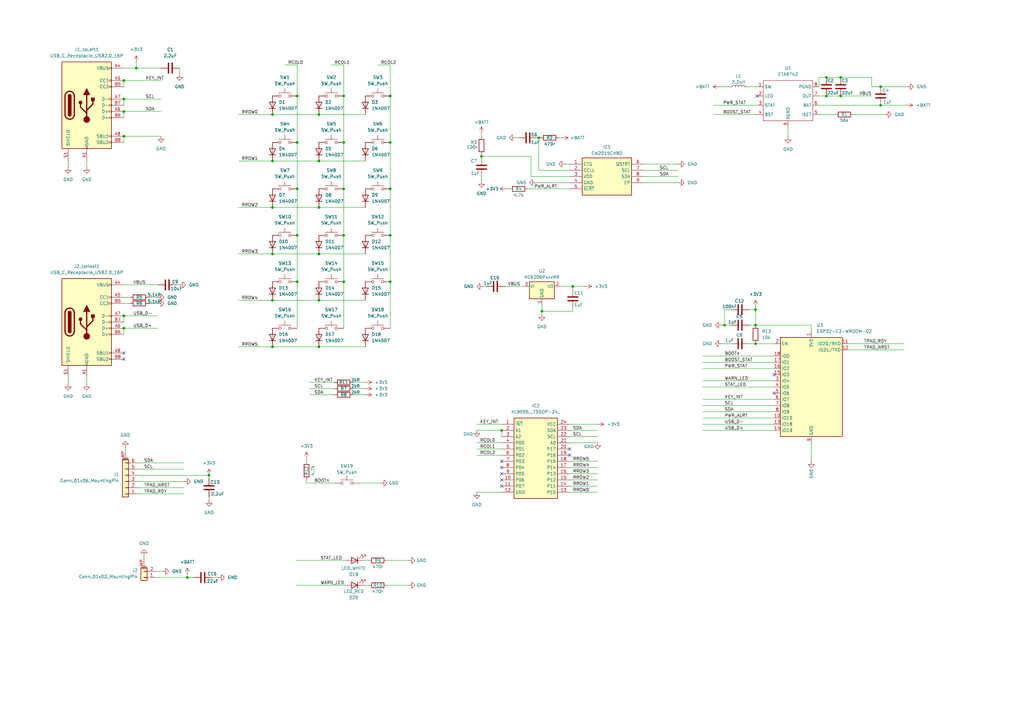
<source format=kicad_sch>
(kicad_sch (version 20231120) (generator "eeschema") (generator_version "8.0")
  (paper "A3")
  (junction (at 344.805 31.75))
  (junction (at 111.76 85.09))
  (junction (at 160.02 77.47))
  (junction (at 130.81 123.19))
  (junction (at 297.18 133.35))
  (junction (at 111.76 66.04))
  (junction (at 222.25 127.635))
  (junction (at 361.188 35.56))
  (junction (at 50.8 134.62))
  (junction (at 338.963 39.37))
  (junction (at 140.97 39.37))
  (junction (at 130.81 66.04))
  (junction (at 121.92 115.57))
  (junction (at 50.8 55.88))
  (junction (at 50.8 45.72))
  (junction (at 50.8 33.02))
  (junction (at 111.76 142.24))
  (junction (at 50.8 40.64))
  (junction (at 85.725 194.945))
  (junction (at 111.76 104.14))
  (junction (at 160.02 115.57))
  (junction (at 309.88 127))
  (junction (at 309.88 133.35))
  (junction (at 309.88 140.97))
  (junction (at 111.76 46.99))
  (junction (at 121.92 96.52))
  (junction (at 130.81 85.09))
  (junction (at 338.963 31.75))
  (junction (at 76.835 236.855))
  (junction (at 344.805 39.37))
  (junction (at 50.8 129.54))
  (junction (at 140.97 58.42))
  (junction (at 160.02 96.52))
  (junction (at 197.485 64.135))
  (junction (at 130.81 46.99))
  (junction (at 234.95 117.475))
  (junction (at 205.74 176.53))
  (junction (at 55.88 27.94))
  (junction (at 121.92 58.42))
  (junction (at 140.97 115.57))
  (junction (at 361.188 43.18))
  (junction (at 121.92 77.47))
  (junction (at 130.81 142.24))
  (junction (at 160.02 39.37))
  (junction (at 220.98 56.515))
  (junction (at 160.02 58.42))
  (junction (at 121.92 39.37))
  (junction (at 130.81 104.14))
  (junction (at 111.76 123.19))
  (junction (at 140.97 96.52))
  (junction (at 140.97 77.47))
  (no_connect (at 50.8 147.32))
  (no_connect (at 50.8 144.78))
  (no_connect (at 205.74 196.85))
  (no_connect (at 317.5 153.67))
  (no_connect (at 233.68 184.15))
  (no_connect (at 205.74 199.39))
  (no_connect (at 205.74 191.77))
  (no_connect (at 205.74 194.31))
  (no_connect (at 205.74 189.23))
  (no_connect (at 310.515 39.37))
  (no_connect (at 317.5 161.29))
  (no_connect (at 233.68 186.69))
  (wire (pts (xy 195.58 184.15) (xy 205.74 184.15)))
  (wire (pts (xy 211.455 56.515) (xy 212.725 56.515)))
  (wire (pts (xy 50.8 132.08) (xy 50.8 129.54)))
  (wire (pts (xy 121.92 115.57) (xy 121.92 96.52)))
  (wire (pts (xy 50.8 40.64) (xy 50.8 43.18)))
  (wire (pts (xy 130.81 104.14) (xy 149.86 104.14)))
  (wire (pts (xy 55.88 27.94) (xy 66.04 27.94)))
  (wire (pts (xy 121.285 229.87) (xy 141.605 229.87)))
  (wire (pts (xy 50.8 137.16) (xy 50.8 134.62)))
  (wire (pts (xy 121.92 96.52) (xy 121.92 77.47)))
  (wire (pts (xy 97.79 104.14) (xy 111.76 104.14)))
  (wire (pts (xy 350.139 46.99) (xy 362.966 46.99)))
  (wire (pts (xy 111.76 66.04) (xy 130.81 66.04)))
  (wire (pts (xy 160.02 134.62) (xy 160.02 115.57)))
  (wire (pts (xy 27.94 154.94) (xy 27.94 157.48)))
  (wire (pts (xy 56.515 189.865) (xy 75.565 189.865)))
  (wire (pts (xy 233.68 67.31) (xy 231.775 67.31)))
  (wire (pts (xy 50.8 40.64) (xy 66.04 40.64)))
  (wire (pts (xy 86.995 236.855) (xy 89.535 236.855)))
  (wire (pts (xy 111.76 104.14) (xy 130.81 104.14)))
  (wire (pts (xy 361.188 35.56) (xy 372.11 35.56)))
  (wire (pts (xy 335.915 43.18) (xy 361.188 43.18)))
  (wire (pts (xy 149.225 240.03) (xy 151.13 240.03)))
  (wire (pts (xy 197.485 64.135) (xy 217.805 64.135)))
  (wire (pts (xy 195.58 201.93) (xy 205.74 201.93)))
  (wire (pts (xy 56.515 197.485) (xy 75.565 197.485)))
  (wire (pts (xy 60.96 124.46) (xy 64.77 124.46)))
  (wire (pts (xy 195.58 181.61) (xy 205.74 181.61)))
  (wire (pts (xy 56.515 202.565) (xy 75.565 202.565)))
  (wire (pts (xy 195.58 173.99) (xy 205.74 173.99)))
  (wire (pts (xy 121.92 58.42) (xy 121.92 39.37)))
  (wire (pts (xy 125.73 198.12) (xy 137.16 198.12)))
  (wire (pts (xy 288.29 158.75) (xy 317.5 158.75)))
  (wire (pts (xy 233.68 173.99) (xy 245.11 173.99)))
  (wire (pts (xy 233.68 74.93) (xy 219.71 74.93)))
  (wire (pts (xy 309.88 127) (xy 309.88 125.73)))
  (wire (pts (xy 332.74 133.35) (xy 332.74 135.89)))
  (wire (pts (xy 264.16 67.31) (xy 278.13 67.31)))
  (wire (pts (xy 264.16 69.85) (xy 278.13 69.85)))
  (wire (pts (xy 288.29 163.83) (xy 317.5 163.83)))
  (wire (pts (xy 347.98 140.97) (xy 370.84 140.97)))
  (wire (pts (xy 197.485 72.39) (xy 197.485 74.295)))
  (wire (pts (xy 121.285 240.03) (xy 141.605 240.03)))
  (wire (pts (xy 140.97 77.47) (xy 140.97 58.42)))
  (wire (pts (xy 361.188 43.18) (xy 371.856 43.18)))
  (wire (pts (xy 288.29 171.45) (xy 317.5 171.45)))
  (wire (pts (xy 140.97 39.37) (xy 140.97 26.67)))
  (wire (pts (xy 233.68 69.85) (xy 220.98 69.85)))
  (wire (pts (xy 50.8 55.88) (xy 66.04 55.88)))
  (wire (pts (xy 72.39 116.84) (xy 73.66 116.84)))
  (wire (pts (xy 229.235 56.515) (xy 230.505 56.515)))
  (wire (pts (xy 97.79 46.99) (xy 111.76 46.99)))
  (wire (pts (xy 338.963 39.37) (xy 344.805 39.37)))
  (wire (pts (xy 35.56 66.04) (xy 35.56 68.58)))
  (wire (pts (xy 234.95 117.475) (xy 234.95 118.745)))
  (wire (pts (xy 56.515 194.945) (xy 85.725 194.945)))
  (wire (pts (xy 295.91 140.97) (xy 299.72 140.97)))
  (wire (pts (xy 160.02 58.42) (xy 160.02 39.37)))
  (wire (pts (xy 111.76 85.09) (xy 130.81 85.09)))
  (wire (pts (xy 357.505 35.56) (xy 361.188 35.56)))
  (wire (pts (xy 76.835 236.855) (xy 79.375 236.855)))
  (wire (pts (xy 288.29 156.21) (xy 317.5 156.21)))
  (wire (pts (xy 50.8 35.56) (xy 50.8 33.02)))
  (wire (pts (xy 216.535 77.47) (xy 233.68 77.47)))
  (wire (pts (xy 288.29 176.53) (xy 317.5 176.53)))
  (wire (pts (xy 130.81 85.09) (xy 149.86 85.09)))
  (wire (pts (xy 292.735 43.18) (xy 310.515 43.18)))
  (wire (pts (xy 97.79 142.24) (xy 111.76 142.24)))
  (wire (pts (xy 297.18 127) (xy 299.72 127)))
  (wire (pts (xy 56.515 200.025) (xy 75.565 200.025)))
  (wire (pts (xy 158.75 240.03) (xy 167.64 240.03)))
  (wire (pts (xy 233.68 194.31) (xy 245.11 194.31)))
  (wire (pts (xy 288.29 168.91) (xy 317.5 168.91)))
  (wire (pts (xy 85.725 205.105) (xy 85.725 203.835)))
  (wire (pts (xy 64.135 236.855) (xy 76.835 236.855)))
  (wire (pts (xy 160.02 115.57) (xy 160.02 96.52)))
  (wire (pts (xy 50.8 33.02) (xy 66.04 33.02)))
  (wire (pts (xy 111.76 123.19) (xy 130.81 123.19)))
  (wire (pts (xy 127 156.845) (xy 137.16 156.845)))
  (wire (pts (xy 207.645 77.47) (xy 208.915 77.47)))
  (wire (pts (xy 50.8 121.92) (xy 53.34 121.92)))
  (wire (pts (xy 50.8 27.94) (xy 55.88 27.94)))
  (wire (pts (xy 222.25 127.635) (xy 222.25 128.905)))
  (wire (pts (xy 121.92 77.47) (xy 121.92 58.42)))
  (wire (pts (xy 233.68 191.77) (xy 245.11 191.77)))
  (wire (pts (xy 233.68 176.53) (xy 245.11 176.53)))
  (wire (pts (xy 50.8 129.54) (xy 64.77 129.54)))
  (wire (pts (xy 292.735 46.99) (xy 310.515 46.99)))
  (wire (pts (xy 160.02 77.47) (xy 160.02 58.42)))
  (wire (pts (xy 195.58 186.69) (xy 205.74 186.69)))
  (wire (pts (xy 297.18 133.35) (xy 297.18 127)))
  (wire (pts (xy 309.88 133.35) (xy 332.74 133.35)))
  (wire (pts (xy 288.29 166.37) (xy 317.5 166.37)))
  (wire (pts (xy 347.98 143.51) (xy 370.84 143.51)))
  (wire (pts (xy 307.34 127) (xy 309.88 127)))
  (wire (pts (xy 50.8 134.62) (xy 64.77 134.62)))
  (wire (pts (xy 197.485 64.135) (xy 197.485 64.77)))
  (wire (pts (xy 338.963 31.75) (xy 344.805 31.75)))
  (wire (pts (xy 125.73 187.96) (xy 125.73 189.23)))
  (wire (pts (xy 121.92 134.62) (xy 121.92 115.57)))
  (wire (pts (xy 130.81 66.04) (xy 149.86 66.04)))
  (wire (pts (xy 309.88 133.35) (xy 309.88 127)))
  (wire (pts (xy 233.68 189.23) (xy 245.11 189.23)))
  (wire (pts (xy 76.835 235.585) (xy 76.835 236.855)))
  (wire (pts (xy 130.81 123.19) (xy 149.86 123.19)))
  (wire (pts (xy 55.88 25.4) (xy 55.88 27.94)))
  (wire (pts (xy 154.94 26.67) (xy 160.02 26.67)))
  (wire (pts (xy 140.97 96.52) (xy 140.97 77.47)))
  (wire (pts (xy 144.78 159.385) (xy 149.86 159.385)))
  (wire (pts (xy 295.021 35.56) (xy 299.085 35.56)))
  (wire (pts (xy 306.705 35.56) (xy 310.515 35.56)))
  (wire (pts (xy 127 159.385) (xy 137.16 159.385)))
  (wire (pts (xy 233.68 179.07) (xy 245.11 179.07)))
  (wire (pts (xy 307.34 140.97) (xy 309.88 140.97)))
  (wire (pts (xy 342.519 46.99) (xy 335.915 46.99)))
  (wire (pts (xy 198.12 117.475) (xy 199.39 117.475)))
  (wire (pts (xy 160.02 96.52) (xy 160.02 77.47)))
  (wire (pts (xy 323.215 52.07) (xy 323.215 56.134)))
  (wire (pts (xy 233.68 181.61) (xy 245.11 181.61)))
  (wire (pts (xy 50.8 116.84) (xy 64.77 116.84)))
  (wire (pts (xy 288.29 146.05) (xy 317.5 146.05)))
  (wire (pts (xy 335.915 39.37) (xy 338.963 39.37)))
  (wire (pts (xy 27.94 66.04) (xy 27.94 68.58)))
  (wire (pts (xy 35.56 154.94) (xy 35.56 157.48)))
  (wire (pts (xy 59.055 227.965) (xy 59.055 229.235)))
  (wire (pts (xy 233.68 201.93) (xy 245.11 201.93)))
  (wire (pts (xy 297.18 133.35) (xy 299.72 133.35)))
  (wire (pts (xy 66.675 234.315) (xy 64.135 234.315)))
  (wire (pts (xy 51.435 183.515) (xy 51.435 184.785)))
  (wire (pts (xy 222.25 127.635) (xy 234.95 127.635)))
  (wire (pts (xy 160.02 39.37) (xy 160.02 26.67)))
  (wire (pts (xy 220.98 69.85) (xy 220.98 56.515)))
  (wire (pts (xy 288.29 148.59) (xy 317.5 148.59)))
  (wire (pts (xy 220.345 56.515) (xy 220.98 56.515)))
  (wire (pts (xy 111.76 142.24) (xy 130.81 142.24)))
  (wire (pts (xy 127 161.925) (xy 137.16 161.925)))
  (wire (pts (xy 144.78 156.845) (xy 149.86 156.845)))
  (wire (pts (xy 50.8 124.46) (xy 53.34 124.46)))
  (wire (pts (xy 197.485 54.61) (xy 197.485 55.88)))
  (wire (pts (xy 60.96 121.92) (xy 64.77 121.92)))
  (wire (pts (xy 97.79 66.04) (xy 111.76 66.04)))
  (wire (pts (xy 73.66 27.94) (xy 73.66 30.48)))
  (wire (pts (xy 197.485 63.5) (xy 197.485 64.135)))
  (wire (pts (xy 85.725 196.215) (xy 85.725 194.945)))
  (wire (pts (xy 217.805 64.135) (xy 217.805 72.39)))
  (wire (pts (xy 130.81 46.99) (xy 149.86 46.99)))
  (wire (pts (xy 205.74 176.53) (xy 205.74 179.07)))
  (wire (pts (xy 234.95 127.635) (xy 234.95 126.365)))
  (wire (pts (xy 295.91 133.35) (xy 297.18 133.35)))
  (wire (pts (xy 234.95 117.475) (xy 240.03 117.475)))
  (wire (pts (xy 147.32 198.12) (xy 156.21 198.12)))
  (wire (pts (xy 309.88 140.97) (xy 317.5 140.97)))
  (wire (pts (xy 125.73 196.85) (xy 125.73 198.12)))
  (wire (pts (xy 288.29 173.99) (xy 317.5 173.99)))
  (wire (pts (xy 97.79 85.09) (xy 111.76 85.09)))
  (wire (pts (xy 344.805 39.37) (xy 357.505 39.37)))
  (wire (pts (xy 50.8 45.72) (xy 66.04 45.72)))
  (wire (pts (xy 130.81 142.24) (xy 149.86 142.24)))
  (wire (pts (xy 217.805 72.39) (xy 233.68 72.39)))
  (wire (pts (xy 116.84 26.67) (xy 121.92 26.67)))
  (wire (pts (xy 207.01 117.475) (xy 214.63 117.475)))
  (wire (pts (xy 135.89 26.67) (xy 140.97 26.67)))
  (wire (pts (xy 50.8 58.42) (xy 50.8 55.88)))
  (wire (pts (xy 121.92 39.37) (xy 121.92 26.67)))
  (wire (pts (xy 222.25 125.095) (xy 222.25 127.635)))
  (wire (pts (xy 149.225 229.87) (xy 151.13 229.87)))
  (wire (pts (xy 140.97 115.57) (xy 140.97 96.52)))
  (wire (pts (xy 140.97 134.62) (xy 140.97 115.57)))
  (wire (pts (xy 144.78 161.925) (xy 149.86 161.925)))
  (wire (pts (xy 264.16 72.39) (xy 278.13 72.39)))
  (wire (pts (xy 233.68 199.39) (xy 245.11 199.39)))
  (wire (pts (xy 233.68 196.85) (xy 245.11 196.85)))
  (wire (pts (xy 195.58 176.53) (xy 205.74 176.53)))
  (wire (pts (xy 332.74 189.23) (xy 332.74 181.61)))
  (wire (pts (xy 307.34 133.35) (xy 309.88 133.35)))
  (wire (pts (xy 97.79 123.19) (xy 111.76 123.19)))
  (wire (pts (xy 264.16 74.93) (xy 278.13 74.93)))
  (wire (pts (xy 229.87 117.475) (xy 234.95 117.475)))
  (wire (pts (xy 335.915 31.75) (xy 338.963 31.75)))
  (wire (pts (xy 111.76 46.99) (xy 130.81 46.99)))
  (wire (pts (xy 140.97 58.42) (xy 140.97 39.37)))
  (wire (pts (xy 220.98 56.515) (xy 221.615 56.515)))
  (wire (pts (xy 50.8 48.26) (xy 50.8 45.72)))
  (wire (pts (xy 158.75 229.87) (xy 167.64 229.87)))
  (wire (pts (xy 357.505 31.75) (xy 357.505 35.56)))
  (wire (pts (xy 56.515 192.405) (xy 75.565 192.405)))
  (wire (pts (xy 288.29 151.13) (xy 317.5 151.13)))
  (wire (pts (xy 344.805 31.75) (xy 357.505 31.75)))
  (wire (pts (xy 335.915 31.75) (xy 335.915 35.56)))
  (label "KEY_INT" (at 297.18 163.83 0))
  (label "RROW0" (at 99.06 46.99 0))
  (label "VBUS" (at 357.505 39.37 180))
  (label "BOOTn" (at 128.905 198.12 0))
  (label "RROW2" (at 234.95 196.85 0))
  (label "SDA" (at 270.51 72.39 0))
  (label "USB_D+" (at 54.61 134.62 0))
  (label "SDA" (at 59.055 189.865 0))
  (label "SDA" (at 234.95 176.53 0))
  (label "USB_D+" (at 297.18 176.53 0))
  (label "WARN_LED" (at 297.18 156.21 0))
  (label "KEY_INT" (at 128.905 156.845 0))
  (label "WARN_LED" (at 131.445 240.03 0))
  (label "RROW3" (at 234.95 194.31 0))
  (label "RCOL1" (at 196.85 184.15 0))
  (label "RCOL0" (at 196.85 181.61 0))
  (label "SCL" (at 59.055 192.405 0))
  (label "TPAD_RDY" (at 59.055 202.565 0))
  (label "SCL" (at 234.95 179.07 0))
  (label "VBUS" (at 54.61 116.84 0))
  (label "RROW4" (at 234.95 191.77 0))
  (label "TPAD_NRST" (at 59.055 200.025 0))
  (label "SCL" (at 297.18 166.37 0))
  (label "RROW0" (at 234.95 201.93 0))
  (label "SCL" (at 59.69 40.64 0))
  (label "BOOST_STAT" (at 297.18 148.59 0))
  (label "USB_D-" (at 297.18 173.99 0))
  (label "KEY_INT" (at 59.69 33.02 0))
  (label "PWR_STAT" (at 297.18 151.13 0))
  (label "PWR_ALRT" (at 219.075 77.47 0))
  (label "PWR_ALRT" (at 297.18 171.45 0))
  (label "SDA" (at 297.18 168.91 0))
  (label "RCOL2" (at 196.85 186.69 0))
  (label "RROW3" (at 99.06 104.14 0))
  (label "PWR_STAT" (at 296.545 43.18 0))
  (label "RCOL0" (at 118.11 26.67 0))
  (label "RROW1" (at 234.95 199.39 0))
  (label "STAT_LED" (at 297.18 158.75 0))
  (label "RROW5" (at 234.95 189.23 0))
  (label "VBUS" (at 208.28 117.475 0))
  (label "BOOST_STAT" (at 296.545 46.99 0))
  (label "RCOL2" (at 156.21 26.67 0))
  (label "STAT_LED" (at 131.445 229.87 0))
  (label "BOOTn" (at 297.18 146.05 0))
  (label "RROW2" (at 99.06 85.09 0))
  (label "SCL" (at 128.905 159.385 0))
  (label "RROW1" (at 99.06 66.04 0))
  (label "KEY_INT" (at 196.85 173.99 0))
  (label "RCOL1" (at 137.16 26.67 0))
  (label "SDA" (at 59.69 45.72 0))
  (label "TPAD_NRST" (at 354.33 143.51 0))
  (label "SDA" (at 128.905 161.925 0))
  (label "SCL" (at 270.51 69.85 0))
  (label "RROW4" (at 99.06 123.19 0))
  (label "RROW5" (at 99.06 142.24 0))
  (label "TPAD_RDY" (at 354.33 140.97 0))
  (label "USB_D-" (at 54.61 129.54 0))
  (symbol (lib_id "Switch:SW_Push") (at 142.24 198.12 0) (unit 1)
    (property "Reference" "SW19" (at 142.24 191.135 0))
    (property "Value" "SW_Push" (at 142.24 193.675 0))
    (property "Footprint" "Button_Switch_SMD:SW_Tactile_SPST_NO_Straight_CK_PTS636Sx25SMTRLFS" (effects (hide yes)))
    (property "Description" "Push button switch, generic, two pins" (effects (hide yes)))
  )
  (symbol (lib_id "Switch:SW_Push") (at 135.89 134.62 0) (unit 1)
    (property "Reference" "SW17" (at 135.89 127 0))
    (property "Value" "SW_Push" (at 135.89 129.54 0))
    (property "Footprint" "choc_v1v2_compatible_withLED:SW_Kailh_Choc_V1V2_1.00u" (effects (hide yes)))
    (property "Description" "Push button switch, generic, two pins" (effects (hide yes)))
  )
  (symbol (lib_id "Device:C") (at 85.725 200.025 0) (unit 1)
    (property "Reference" "C13" (at 86.233 197.7389 0) (effects (justify left)))
    (property "Value" "2.2uF" (at 86.487 202.5649 0) (effects (justify left)))
    (property "Footprint" "Capacitor_SMD:C_0603_1608Metric_Pad1.08x0.95mm_HandSolder" (effects (hide yes)))
    (property "Description" "Unpolarized capacitor" (effects (hide yes)))
  )
  (symbol (lib_id "Diode:1N4007") (at 130.81 100.33 90) (unit 1)
    (property "Reference" "D11" (at 133.35 99.0599 90) (effects (justify right)))
    (property "Value" "1N4007" (at 133.35 101.5999 90) (effects (justify right)))
    (property "Footprint" "Diode_SMD:D_SOD-123F" (effects (hide yes)))
    (property "Datasheet" "http://www.vishay.com/docs/88503/1n4001.pdf" (effects (hide yes)))
    (property "Description" "1000V 1A General Purpose Rectifier Diode, DO-41" (effects (hide yes)))
    (property "Sim.Device" "D" (effects (hide yes)))
    (property "Sim.Pins" "1=K 2=A" (effects (hide yes)))
  )
  (symbol (lib_id "Diode:1N4007") (at 111.76 119.38 90) (unit 1)
    (property "Reference" "D13" (at 114.3 118.1099 90) (effects (justify right)))
    (property "Value" "1N4007" (at 114.3 120.6499 90) (effects (justify right)))
    (property "Footprint" "Diode_SMD:D_SOD-123F" (effects (hide yes)))
    (property "Datasheet" "http://www.vishay.com/docs/88503/1n4001.pdf" (effects (hide yes)))
    (property "Description" "1000V 1A General Purpose Rectifier Diode, DO-41" (effects (hide yes)))
    (property "Sim.Device" "D" (effects (hide yes)))
    (property "Sim.Pins" "1=K 2=A" (effects (hide yes)))
  )
  (symbol (lib_id "Switch:SW_Push") (at 135.89 77.47 0) (unit 1)
    (property "Reference" "SW8" (at 135.89 69.85 0))
    (property "Value" "SW_Push" (at 135.89 72.39 0))
    (property "Footprint" "choc_v1v2_compatible_withLED:SW_Kailh_Choc_V1V2_1.00u" (effects (hide yes)))
    (property "Description" "Push button switch, generic, two pins" (effects (hide yes)))
  )
  (symbol (lib_id "power:GND") (at 35.56 68.58 0) (unit 1)
    (property "Reference" "#PWR014" (effects (hide yes)))
    (property "Value" "GND" (at 35.56 73.66 0))
    (property "Description" "Power symbol creates a global label with name \"GND\" , ground" (effects (hide yes)))
  )
  (symbol (lib_id "Switch:SW_Push") (at 154.94 39.37 0) (unit 1)
    (property "Reference" "SW3" (at 154.94 31.75 0))
    (property "Value" "SW_Push" (at 154.94 34.29 0))
    (property "Footprint" "choc_v1v2_compatible_withLED:SW_Kailh_Choc_V1V2_1.00u" (effects (hide yes)))
    (property "Description" "Push button switch, generic, two pins" (effects (hide yes)))
  )
  (symbol (lib_id "Device:C") (at 69.85 27.94 90) (unit 1)
    (property "Reference" "C1" (at 69.85 20.32 90))
    (property "Value" "2.2uF" (at 69.85 22.86 90))
    (property "Footprint" "Capacitor_SMD:C_0603_1608Metric_Pad1.08x0.95mm_HandSolder" (effects (hide yes)))
    (property "Description" "Unpolarized capacitor" (effects (hide yes)))
  )
  (symbol (lib_id "power:+3V3") (at 245.11 173.99 270) (unit 1)
    (property "Reference" "#PWR032" (effects (hide yes)))
    (property "Value" "+3V3" (at 248.92 173.9899 90) (effects (justify left)))
    (property "Description" "Power symbol creates a global label with name \"+3V3\"" (effects (hide yes)))
  )
  (symbol (lib_id "Device:C") (at 203.2 117.475 90) (unit 1)
    (property "Reference" "C10" (at 202.946 113.919 90))
    (property "Value" "1uF" (at 200.152 116.205 90))
    (property "Footprint" "Capacitor_SMD:C_0603_1608Metric_Pad1.08x0.95mm_HandSolder" (effects (hide yes)))
    (property "Description" "Unpolarized capacitor" (effects (hide yes)))
  )
  (symbol (lib_id "Device:R") (at 309.88 137.16 0) (unit 1)
    (property "Reference" "R13" (at 312.42 135.8899 0) (effects (justify left)))
    (property "Value" "10k" (at 312.42 138.4299 0) (effects (justify left)))
    (property "Footprint" "Resistor_SMD:R_0603_1608Metric_Pad0.98x0.95mm_HandSolder" (effects (hide yes)))
    (property "Description" "Resistor" (effects (hide yes)))
  )
  (symbol (lib_id "Switch:SW_Push") (at 116.84 77.47 0) (unit 1)
    (property "Reference" "SW7" (at 116.84 69.85 0))
    (property "Value" "SW_Push" (at 116.84 72.39 0))
    (property "Footprint" "choc_v1v2_compatible_withLED:SW_Kailh_Choc_V1V2_1.00u" (effects (hide yes)))
    (property "Description" "Push button switch, generic, two pins" (effects (hide yes)))
  )
  (symbol (lib_id "Connector:USB_C_Receptacle_USB2.0_16P") (at 35.56 43.18 0) (unit 1)
    (property "Reference" "J1_toLeft1" (at 35.56 20.32 0))
    (property "Value" "USB_C_Receptacle_USB2.0_16P" (at 35.56 22.86 0))
    (property "Footprint" "Connector_USB:USB_C_Receptacle_GCT_USB4105-xx-A_16P_TopMnt_Horizontal" (effects (hide yes)))
    (property "Datasheet" "https://www.usb.org/sites/default/files/documents/usb_type-c.zip" (effects (hide yes)))
    (property "Description" "USB 2.0-only 16P Type-C Receptacle connector" (effects (hide yes)))
  )
  (symbol (lib_id "Device:R") (at 154.94 229.87 90) (unit 1)
    (property "Reference" "R9" (at 154.94 229.87 90))
    (property "Value" "470r" (at 154.94 232.41 90))
    (property "Footprint" "Resistor_SMD:R_0603_1608Metric_Pad0.98x0.95mm_HandSolder" (effects (hide yes)))
    (property "Description" "Resistor" (effects (hide yes)))
  )
  (symbol (lib_id "power:GND") (at 222.25 128.905 0) (unit 1)
    (property "Reference" "#PWR026" (effects (hide yes)))
    (property "Value" "GND" (at 222.25 133.985 0))
    (property "Description" "Power symbol creates a global label with name \"GND\" , ground" (effects (hide yes)))
  )
  (symbol (lib_id "Device:C") (at 303.53 140.97 90) (unit 1)
    (property "Reference" "C8" (at 303.276 137.414 90))
    (property "Value" "1uF" (at 299.212 139.7 90))
    (property "Footprint" "Capacitor_SMD:C_0603_1608Metric_Pad1.08x0.95mm_HandSolder" (effects (hide yes)))
    (property "Description" "Unpolarized capacitor" (effects (hide yes)))
  )
  (symbol (lib_id "Switch:SW_Push") (at 116.84 96.52 0) (unit 1)
    (property "Reference" "SW10" (at 116.84 88.9 0))
    (property "Value" "SW_Push" (at 116.84 91.44 0))
    (property "Footprint" "choc_v1v2_compatible_withLED:SW_Kailh_Choc_V1V2_1.00u" (effects (hide yes)))
    (property "Description" "Push button switch, generic, two pins" (effects (hide yes)))
  )
  (symbol (lib_id "Device:R") (at 140.97 159.385 90) (unit 1)
    (property "Reference" "R7" (at 140.97 159.385 90))
    (property "Value" "2kR" (at 145.796 158.369 90))
    (property "Footprint" "Resistor_SMD:R_0603_1608Metric_Pad0.98x0.95mm_HandSolder" (effects (hide yes)))
    (property "Description" "Resistor" (effects (hide yes)))
  )
  (symbol (lib_id "Device:C") (at 361.188 39.37 0) (unit 1)
    (property "Reference" "C4" (at 361.95 37.0839 0) (effects (justify left)))
    (property "Value" "1uF" (at 362.204 41.9099 0) (effects (justify left)))
    (property "Footprint" "Capacitor_SMD:C_0603_1608Metric_Pad1.08x0.95mm_HandSolder" (effects (hide yes)))
    (property "Description" "Unpolarized capacitor" (effects (hide yes)))
  )
  (symbol (lib_id "power:+BATT") (at 230.505 56.515 270) (unit 1)
    (property "Reference" "#PWR010" (effects (hide yes)))
    (property "Value" "+BATT" (at 236.855 56.515 90))
    (property "Description" "Power symbol creates a global label with name \"+BATT\"" (effects (hide yes)))
  )
  (symbol (lib_id "power:+3V3") (at 85.725 194.945 0) (unit 1)
    (property "Reference" "#PWR037" (effects (hide yes)))
    (property "Value" "+3V3" (at 85.725 189.865 0))
    (property "Description" "Power symbol creates a global label with name \"+3V3\"" (effects (hide yes)))
  )
  (symbol (lib_id "Device:LED") (at 145.415 240.03 180) (unit 1)
    (property "Reference" "D20" (at 145.0975 245.11 0))
    (property "Value" "LED_RED" (at 145.0975 242.57 0))
    (property "Footprint" "LED_SMD:LED_0603_1608Metric_Pad1.05x0.95mm_HandSolder" (effects (hide yes)))
    (property "Description" "Light emitting diode" (effects (hide yes)))
  )
  (symbol (lib_id "Diode:1N4007") (at 149.86 100.33 90) (unit 1)
    (property "Reference" "D12" (at 152.4 99.0599 90) (effects (justify right)))
    (property "Value" "1N4007" (at 152.4 101.5999 90) (effects (justify right)))
    (property "Footprint" "Diode_SMD:D_SOD-123F" (effects (hide yes)))
    (property "Datasheet" "http://www.vishay.com/docs/88503/1n4001.pdf" (effects (hide yes)))
    (property "Description" "1000V 1A General Purpose Rectifier Diode, DO-41" (effects (hide yes)))
    (property "Sim.Device" "D" (effects (hide yes)))
    (property "Sim.Pins" "1=K 2=A" (effects (hide yes)))
  )
  (symbol (lib_id "Diode:1N4007") (at 130.81 138.43 90) (unit 1)
    (property "Reference" "D17" (at 133.35 137.1599 90) (effects (justify right)))
    (property "Value" "1N4007" (at 133.35 139.6999 90) (effects (justify right)))
    (property "Footprint" "Diode_SMD:D_SOD-123F" (effects (hide yes)))
    (property "Datasheet" "http://www.vishay.com/docs/88503/1n4001.pdf" (effects (hide yes)))
    (property "Description" "1000V 1A General Purpose Rectifier Diode, DO-41" (effects (hide yes)))
    (property "Sim.Device" "D" (effects (hide yes)))
    (property "Sim.Pins" "1=K 2=A" (effects (hide yes)))
  )
  (symbol (lib_id "power:GND") (at 73.66 30.48 0) (unit 1)
    (property "Reference" "#PWR01" (effects (hide yes)))
    (property "Value" "GND" (at 73.66 35.56 0))
    (property "Description" "Power symbol creates a global label with name \"GND\" , ground" (effects (hide yes)))
  )
  (symbol (lib_id "RF_Module:ESP32-C3-WROOM-02") (at 332.74 158.75 0) (unit 1)
    (property "Reference" "U3" (at 334.9341 133.35 0) (effects (justify left)))
    (property "Value" "ESP32-C3-WROOM-02" (at 334.9341 135.89 0) (effects (justify left)))
    (property "Footprint" "RF_Module:ESP32-C3-WROOM-02" (effects (hide yes)))
    (property "Datasheet" "https://www.espressif.com/sites/default/files/documentation/esp32-c3-wroom-02_datasheet_en.pdf" (effects (hide yes)))
    (property "Description" "802.11 b/g/n Wi­Fi and Bluetooth 5 module, ESP32­C3 SoC, RISC­V microprocessor, On-board antenna" (effects (hide yes)))
  )
  (symbol (lib_id "power:GND") (at 295.91 133.35 270) (unit 1)
    (property "Reference" "#PWR043" (effects (hide yes)))
    (property "Value" "GND" (at 292.1 133.3499 90) (effects (justify right)))
    (property "Description" "Power symbol creates a global label with name \"GND\" , ground" (effects (hide yes)))
  )
  (symbol (lib_id "power:GND") (at 73.66 116.84 90) (unit 1)
    (property "Reference" "#PWR021" (effects (hide yes)))
    (property "Value" "GND" (at 77.47 116.8399 90) (effects (justify right)))
    (property "Description" "Power symbol creates a global label with name \"GND\" , ground" (effects (hide yes)))
  )
  (symbol (lib_id "Connector_Generic_MountingPin:Conn_01x02_MountingPin") (at 59.055 236.855 180) (unit 1)
    (property "Reference" "J2" (at 56.515 233.9593 0) (effects (justify left)))
    (property "Value" "Conn_01x02_MountingPin" (at 56.515 236.4993 0) (effects (justify left)))
    (property "Footprint" "mx1.25_1x02_p1.25:CONN-SMD_2P-P1.25_XUNPU_WAFER-MX1.25-2PWB" (effects (hide yes)))
    (property "Description" "Generic connectable mounting pin connector, single row, 01x02, script generated (kicad-library-utils/schlib/autogen/connector/)" (effects (hide yes)))
  )
  (symbol (lib_id "power:GND") (at 323.215 56.134 0) (unit 1)
    (property "Reference" "#PWR08" (effects (hide yes)))
    (property "Value" "GND" (at 323.215 61.214 0))
    (property "Description" "Power symbol creates a global label with name \"GND\" , ground" (effects (hide yes)))
  )
  (symbol (lib_id "Device:R") (at 346.329 46.99 90) (unit 1)
    (property "Reference" "R1" (at 346.329 46.99 90))
    (property "Value" "56k" (at 346.329 49.276 90))
    (property "Footprint" "Resistor_SMD:R_0603_1608Metric_Pad0.98x0.95mm_HandSolder" (effects (hide yes)))
    (property "Description" "Resistor" (effects (hide yes)))
  )
  (symbol (lib_id "Diode:1N4007") (at 149.86 81.28 90) (unit 1)
    (property "Reference" "D9" (at 152.4 80.0099 90) (effects (justify right)))
    (property "Value" "1N4007" (at 152.4 82.5499 90) (effects (justify right)))
    (property "Footprint" "Diode_SMD:D_SOD-123F" (effects (hide yes)))
    (property "Datasheet" "http://www.vishay.com/docs/88503/1n4001.pdf" (effects (hide yes)))
    (property "Description" "1000V 1A General Purpose Rectifier Diode, DO-41" (effects (hide yes)))
    (property "Sim.Device" "D" (effects (hide yes)))
    (property "Sim.Pins" "1=K 2=A" (effects (hide yes)))
  )
  (symbol (lib_id "power:+BATT") (at 76.835 235.585 0) (unit 1)
    (property "Reference" "#PWR049" (effects (hide yes)))
    (property "Value" "+BATT" (at 76.835 230.505 0))
    (property "Description" "Power symbol creates a global label with name \"+BATT\"" (effects (hide yes)))
  )
  (symbol (lib_id "XL9555__TSSOP-24_:XL9555__TSSOP-24_") (at 205.74 173.99 0) (unit 1)
    (property "Reference" "IC2" (at 219.71 166.37 0))
    (property "Value" "XL9555__TSSOP-24_" (at 219.71 168.91 0))
    (property "Footprint" "SOP65P640X120-24N:SOP65P640X120-24N" (effects (hide yes)))
    (property "Datasheet" "https://datasheet.lcsc.com/lcsc/2205051830_XINLUDA-XL9555_C609791.pdf" (effects (hide yes)))
    (property "Description" "This device (XL9535/XL9555) is a 24-pin CMOS IC that provides 16-bit of General Purpose parallel Input/Output" (effects (hide yes)))
    (property "Height" "1.2" (effects (hide yes)))
    (property "Manufacturer_Name" "XINLUDA" (effects (hide yes)))
    (property "Manufacturer_Part_Number" "XL9555 (TSSOP-24)" (effects (hide yes)))
  )
  (symbol (lib_id "Device:R") (at 57.15 121.92 90) (unit 1)
    (property "Reference" "R5" (at 57.15 121.92 90))
    (property "Value" "5.1kR" (at 63.246 120.904 90))
    (property "Footprint" "Resistor_SMD:R_0603_1608Metric_Pad0.98x0.95mm_HandSolder" (effects (hide yes)))
    (property "Description" "Resistor" (effects (hide yes)))
  )
  (symbol (lib_id "power:+BATT") (at 371.856 43.18 270) (unit 1)
    (property "Reference" "#PWR04" (effects (hide yes)))
    (property "Value" "+BATT" (at 375.666 43.1799 90) (effects (justify left)))
    (property "Description" "Power symbol creates a global label with name \"+BATT\"" (effects (hide yes)))
  )
  (symbol (lib_id "Device:C") (at 216.535 56.515 270) (unit 1)
    (property "Reference" "C6" (at 217.8051 55.245 90) (effects (justify left)))
    (property "Value" "1uF" (at 217.8051 58.42 90) (effects (justify left)))
    (property "Footprint" "Capacitor_SMD:C_0603_1608Metric_Pad1.08x0.95mm_HandSolder" (effects (hide yes)))
    (property "Description" "Unpolarized capacitor" (effects (hide yes)))
  )
  (symbol (lib_id "Switch:SW_Push") (at 135.89 115.57 0) (unit 1)
    (property "Reference" "SW14" (at 135.89 107.95 0))
    (property "Value" "SW_Push" (at 135.89 110.49 0))
    (property "Footprint" "choc_v1v2_compatible_withLED:SW_Kailh_Choc_V1V2_1.00u" (effects (hide yes)))
    (property "Description" "Push button switch, generic, two pins" (effects (hide yes)))
  )
  (symbol (lib_id "power:+3V3") (at 240.03 117.475 270) (unit 1)
    (property "Reference" "#PWR023" (effects (hide yes)))
    (property "Value" "+3V3" (at 243.84 117.4749 90) (effects (justify left)))
    (property "Description" "Power symbol creates a global label with name \"+3V3\"" (effects (hide yes)))
  )
  (symbol (lib_id "Diode:1N4007") (at 149.86 119.38 90) (unit 1)
    (property "Reference" "D15" (at 152.4 118.1099 90) (effects (justify right)))
    (property "Value" "1N4007" (at 152.4 120.6499 90) (effects (justify right)))
    (property "Footprint" "Diode_SMD:D_SOD-123F" (effects (hide yes)))
    (property "Datasheet" "http://www.vishay.com/docs/88503/1n4001.pdf" (effects (hide yes)))
    (property "Description" "1000V 1A General Purpose Rectifier Diode, DO-41" (effects (hide yes)))
    (property "Sim.Device" "D" (effects (hide yes)))
    (property "Sim.Pins" "1=K 2=A" (effects (hide yes)))
  )
  (symbol (lib_id "Diode:1N4007") (at 111.76 43.18 90) (unit 1)
    (property "Reference" "D1" (at 114.3 41.9099 90) (effects (justify right)))
    (property "Value" "1N4007" (at 114.3 44.4499 90) (effects (justify right)))
    (property "Footprint" "Diode_SMD:D_SOD-123F" (effects (hide yes)))
    (property "Datasheet" "http://www.vishay.com/docs/88503/1n4001.pdf" (effects (hide yes)))
    (property "Description" "1000V 1A General Purpose Rectifier Diode, DO-41" (effects (hide yes)))
    (property "Sim.Device" "D" (effects (hide yes)))
    (property "Sim.Pins" "1=K 2=A" (effects (hide yes)))
  )
  (symbol (lib_id "power:GND") (at 195.58 176.53 0) (unit 1)
    (property "Reference" "#PWR033" (effects (hide yes)))
    (property "Value" "GND" (at 192.024 178.054 0))
    (property "Description" "Power symbol creates a global label with name \"GND\" , ground" (effects (hide yes)))
  )
  (symbol (lib_id "Switch:SW_Push") (at 116.84 39.37 0) (unit 1)
    (property "Reference" "SW1" (at 116.84 31.75 0))
    (property "Value" "SW_Push" (at 116.84 34.29 0))
    (property "Footprint" "choc_v1v2_compatible_withLED:SW_Kailh_Choc_V1V2_1.00u" (effects (hide yes)))
    (property "Description" "Push button switch, generic, two pins" (effects (hide yes)))
  )
  (symbol (lib_id "Device:R") (at 154.94 240.03 90) (unit 1)
    (property "Reference" "R10" (at 154.94 240.03 90))
    (property "Value" "470r" (at 154.94 242.57 90))
    (property "Footprint" "Resistor_SMD:R_0603_1608Metric_Pad0.98x0.95mm_HandSolder" (effects (hide yes)))
    (property "Description" "Resistor" (effects (hide yes)))
  )
  (symbol (lib_id "power:+3V3") (at 149.86 156.845 270) (unit 1)
    (property "Reference" "#PWR052" (effects (hide yes)))
    (property "Value" "+3V3" (at 153.67 156.8449 90) (effects (justify left)))
    (property "Description" "Power symbol creates a global label with name \"+3V3\"" (effects (hide yes)))
  )
  (symbol (lib_id "power:GND") (at 245.11 181.61 0) (unit 1)
    (property "Reference" "#PWR034" (effects (hide yes)))
    (property "Value" "GND" (at 241.554 183.134 0))
    (property "Description" "Power symbol creates a global label with name \"GND\" , ground" (effects (hide yes)))
  )
  (symbol (lib_id "Diode:1N4007") (at 130.81 43.18 90) (unit 1)
    (property "Reference" "D2" (at 133.35 41.9099 90) (effects (justify right)))
    (property "Value" "1N4007" (at 133.35 44.4499 90) (effects (justify right)))
    (property "Footprint" "Diode_SMD:D_SOD-123F" (effects (hide yes)))
    (property "Datasheet" "http://www.vishay.com/docs/88503/1n4001.pdf" (effects (hide yes)))
    (property "Description" "1000V 1A General Purpose Rectifier Diode, DO-41" (effects (hide yes)))
    (property "Sim.Device" "D" (effects (hide yes)))
    (property "Sim.Pins" "1=K 2=A" (effects (hide yes)))
  )
  (symbol (lib_id "Device:C") (at 303.53 127 90) (unit 1)
    (property "Reference" "C12" (at 303.276 123.444 90))
    (property "Value" "100nF" (at 299.212 125.73 90))
    (property "Footprint" "Capacitor_SMD:C_0603_1608Metric_Pad1.08x0.95mm_HandSolder" (effects (hide yes)))
    (property "Description" "Unpolarized capacitor" (effects (hide yes)))
  )
  (symbol (lib_id "Device:R") (at 225.425 56.515 90) (unit 1)
    (property "Reference" "R2" (at 225.425 56.515 90))
    (property "Value" "470r" (at 225.425 59.055 90))
    (property "Footprint" "Resistor_SMD:R_0603_1608Metric_Pad0.98x0.95mm_HandSolder" (effects (hide yes)))
    (property "Description" "Resistor" (effects (hide yes)))
  )
  (symbol (lib_id "power:+3V3") (at 309.88 125.73 0) (unit 1)
    (property "Reference" "#PWR027" (effects (hide yes)))
    (property "Value" "+3V3" (at 309.88 120.65 0))
    (property "Description" "Power symbol creates a global label with name \"+3V3\"" (effects (hide yes)))
  )
  (symbol (lib_id "Device:R") (at 140.97 161.925 90) (unit 1)
    (property "Reference" "R8" (at 140.97 161.925 90))
    (property "Value" "2kR" (at 145.796 160.909 90))
    (property "Footprint" "Resistor_SMD:R_0603_1608Metric_Pad0.98x0.95mm_HandSolder" (effects (hide yes)))
    (property "Description" "Resistor" (effects (hide yes)))
  )
  (symbol (lib_id "Switch:SW_Push") (at 154.94 134.62 0) (unit 1)
    (property "Reference" "SW18" (at 154.94 127 0))
    (property "Value" "SW_Push" (at 154.94 129.54 0))
    (property "Footprint" "choc_v1v2_compatible_withLED:SW_Kailh_Choc_V1V2_1.00u" (effects (hide yes)))
    (property "Description" "Push button switch, generic, two pins" (effects (hide yes)))
  )
  (symbol (lib_id "Device:L") (at 302.895 35.56 90) (unit 1)
    (property "Reference" "L1" (at 302.895 31.115 90))
    (property "Value" "2.2uH" (at 302.895 33.655 90))
    (property "Footprint" "Inductor_SMD:L_Chilisin_BMRA00040420" (effects (hide yes)))
    (property "Description" "Inductor" (effects (hide yes)))
  )
  (symbol (lib_id "power:GND") (at 278.13 67.31 90) (unit 1)
    (property "Reference" "#PWR012" (effects (hide yes)))
    (property "Value" "GND" (at 281.94 67.3099 90) (effects (justify right)))
    (property "Description" "Power symbol creates a global label with name \"GND\" , ground" (effects (hide yes)))
  )
  (symbol (lib_id "power:GND") (at 51.435 183.515 180) (unit 1)
    (property "Reference" "#PWR035" (effects (hide yes)))
    (property "Value" "GND" (at 51.435 178.435 0))
    (property "Description" "Power symbol creates a global label with name \"GND\" , ground" (effects (hide yes)))
  )
  (symbol (lib_id "power:GND") (at 219.71 74.93 270) (unit 1)
    (property "Reference" "#PWR016" (effects (hide yes)))
    (property "Value" "GND" (at 215.9 74.9301 90) (effects (justify right)))
    (property "Description" "Power symbol creates a global label with name \"GND\" , ground" (effects (hide yes)))
  )
  (symbol (lib_id "Diode:1N4007") (at 111.76 81.28 90) (unit 1)
    (property "Reference" "D7" (at 114.3 80.0099 90) (effects (justify right)))
    (property "Value" "1N4007" (at 114.3 82.5499 90) (effects (justify right)))
    (property "Footprint" "Diode_SMD:D_SOD-123F" (effects (hide yes)))
    (property "Datasheet" "http://www.vishay.com/docs/88503/1n4001.pdf" (effects (hide yes)))
    (property "Description" "1000V 1A General Purpose Rectifier Diode, DO-41" (effects (hide yes)))
    (property "Sim.Device" "D" (effects (hide yes)))
    (property "Sim.Pins" "1=K 2=A" (effects (hide yes)))
  )
  (symbol (lib_id "power:GND") (at 27.94 157.48 0) (unit 1)
    (property "Reference" "#PWR028" (effects (hide yes)))
    (property "Value" "GND" (at 27.94 162.56 0))
    (property "Description" "Power symbol creates a global label with name \"GND\" , ground" (effects (hide yes)))
  )
  (symbol (lib_id "power:GND") (at 85.725 205.105 0) (unit 1)
    (property "Reference" "#PWR041" (effects (hide yes)))
    (property "Value" "GND" (at 85.725 210.185 0))
    (property "Description" "Power symbol creates a global label with name \"GND\" , ground" (effects (hide yes)))
  )
  (symbol (lib_id "power:+3V3") (at 55.88 25.4 0) (unit 1)
    (property "Reference" "#PWR019" (effects (hide yes)))
    (property "Value" "+3V3" (at 55.88 20.32 0))
    (property "Description" "Power symbol creates a global label with name \"+3V3\"" (effects (hide yes)))
  )
  (symbol (lib_id "power:GND") (at 372.11 35.56 90) (unit 1)
    (property "Reference" "#PWR03" (effects (hide yes)))
    (property "Value" "GND" (at 375.92 35.5599 90) (effects (justify right)))
    (property "Description" "Power symbol creates a global label with name \"GND\" , ground" (effects (hide yes)))
  )
  (symbol (lib_id "Switch:SW_Push") (at 154.94 77.47 0) (unit 1)
    (property "Reference" "SW9" (at 154.94 69.85 0))
    (property "Value" "SW_Push" (at 154.94 72.39 0))
    (property "Footprint" "choc_v1v2_compatible_withLED:SW_Kailh_Choc_V1V2_1.00u" (effects (hide yes)))
    (property "Description" "Push button switch, generic, two pins" (effects (hide yes)))
  )
  (symbol (lib_id "Diode:1N4007") (at 149.86 43.18 90) (unit 1)
    (property "Reference" "D3" (at 152.4 41.9099 90) (effects (justify right)))
    (property "Value" "1N4007" (at 152.4 44.4499 90) (effects (justify right)))
    (property "Footprint" "Diode_SMD:D_SOD-123F" (effects (hide yes)))
    (property "Datasheet" "http://www.vishay.com/docs/88503/1n4001.pdf" (effects (hide yes)))
    (property "Description" "1000V 1A General Purpose Rectifier Diode, DO-41" (effects (hide yes)))
    (property "Sim.Device" "D" (effects (hide yes)))
    (property "Sim.Pins" "1=K 2=A" (effects (hide yes)))
  )
  (symbol (lib_id "Connector:USB_C_Receptacle_USB2.0_16P") (at 35.56 132.08 0) (unit 1)
    (property "Reference" "J2_toHost1" (at 35.56 109.22 0))
    (property "Value" "USB_C_Receptacle_USB2.0_16P" (at 35.56 111.76 0))
    (property "Footprint" "Connector_USB:USB_C_Receptacle_GCT_USB4105-xx-A_16P_TopMnt_Horizontal" (effects (hide yes)))
    (property "Datasheet" "https://www.usb.org/sites/default/files/documents/usb_type-c.zip" (effects (hide yes)))
    (property "Description" "USB 2.0-only 16P Type-C Receptacle connector" (effects (hide yes)))
  )
  (symbol (lib_id "power:GND") (at 211.455 56.515 270) (unit 1)
    (property "Reference" "#PWR09" (effects (hide yes)))
    (property "Value" "GND" (at 207.645 56.5151 90) (effects (justify right)))
    (property "Description" "Power symbol creates a global label with name \"GND\" , ground" (effects (hide yes)))
  )
  (symbol (lib_id "power:GND") (at 66.675 234.315 90) (unit 1)
    (property "Reference" "#PWR048" (effects (hide yes)))
    (property "Value" "GND" (at 70.485 234.3149 90) (effects (justify right)))
    (property "Description" "Power symbol creates a global label with name \"GND\" , ground" (effects (hide yes)))
  )
  (symbol (lib_id "power:GND") (at 35.56 157.48 0) (unit 1)
    (property "Reference" "#PWR029" (effects (hide yes)))
    (property "Value" "GND" (at 35.56 162.56 0))
    (property "Description" "Power symbol creates a global label with name \"GND\" , ground" (effects (hide yes)))
  )
  (symbol (lib_id "power:GND") (at 295.91 140.97 270) (unit 1)
    (property "Reference" "#PWR044" (effects (hide yes)))
    (property "Value" "GND" (at 292.1 140.9699 90) (effects (justify right)))
    (property "Description" "Power symbol creates a global label with name \"GND\" , ground" (effects (hide yes)))
  )
  (symbol (lib_id "Switch:SW_Push") (at 116.84 58.42 0) (unit 1)
    (property "Reference" "SW4" (at 116.84 50.8 0))
    (property "Value" "SW_Push" (at 116.84 53.34 0))
    (property "Footprint" "choc_v1v2_compatible_withLED:SW_Kailh_Choc_V1V2_1.00u" (effects (hide yes)))
    (property "Description" "Push button switch, generic, two pins" (effects (hide yes)))
  )
  (symbol (lib_id "power:+3V3") (at 125.73 187.96 0) (unit 1)
    (property "Reference" "#PWR020" (effects (hide yes)))
    (property "Value" "+3V3" (at 125.73 182.88 0))
    (property "Description" "Power symbol creates a global label with name \"+3V3\"" (effects (hide yes)))
  )
  (symbol (lib_id "power:GND") (at 64.77 124.46 90) (unit 1)
    (property "Reference" "#PWR025" (effects (hide yes)))
    (property "Value" "GND" (at 68.58 124.4599 90) (effects (justify right)))
    (property "Description" "Power symbol creates a global label with name \"GND\" , ground" (effects (hide yes)))
  )
  (symbol (lib_id "Diode:1N4007") (at 149.86 138.43 90) (unit 1)
    (property "Reference" "D18" (at 152.4 137.1599 90) (effects (justify right)))
    (property "Value" "1N4007" (at 152.4 139.6999 90) (effects (justify right)))
    (property "Footprint" "Diode_SMD:D_SOD-123F" (effects (hide yes)))
    (property "Datasheet" "http://www.vishay.com/docs/88503/1n4001.pdf" (effects (hide yes)))
    (property "Description" "1000V 1A General Purpose Rectifier Diode, DO-41" (effects (hide yes)))
    (property "Sim.Device" "D" (effects (hide yes)))
    (property "Sim.Pins" "1=K 2=A" (effects (hide yes)))
  )
  (symbol (lib_id "power:GND") (at 231.775 67.31 270) (unit 1)
    (property "Reference" "#PWR011" (effects (hide yes)))
    (property "Value" "GND" (at 227.965 67.3101 90) (effects (justify right)))
    (property "Description" "Power symbol creates a global label with name \"GND\" , ground" (effects (hide yes)))
  )
  (symbol (lib_id "Regulator_Linear:XC6206PxxxMR") (at 222.25 117.475 0) (unit 1)
    (property "Reference" "U2" (at 222.25 111.125 0))
    (property "Value" "XC6206PxxxMR" (at 222.25 113.665 0))
    (property "Footprint" "Package_TO_SOT_SMD:SOT-23-3" (effects (hide yes)))
    (property "Datasheet" "https://www.torexsemi.com/file/xc6206/XC6206.pdf" (effects (hide yes)))
    (property "Description" "Positive 60-250mA Low Dropout Regulator, Fixed Output, SOT-23" (effects (hide yes)))
  )
  (symbol (lib_id "Device:C") (at 303.53 133.35 90) (unit 1)
    (property "Reference" "C5" (at 303.276 129.794 90))
    (property "Value" "1uF" (at 300.482 132.08 90))
    (property "Footprint" "Capacitor_SMD:C_0603_1608Metric_Pad1.08x0.95mm_HandSolder" (effects (hide yes)))
    (property "Description" "Unpolarized capacitor" (effects (hide yes)))
  )
  (symbol (lib_id "Device:C") (at 83.185 236.855 90) (unit 1)
    (property "Reference" "C16" (at 86.995 235.331 90))
    (property "Value" "22uF" (at 87.249 238.379 90))
    (property "Footprint" "Capacitor_SMD:C_0603_1608Metric_Pad1.08x0.95mm_HandSolder" (effects (hide yes)))
    (property "Description" "Unpolarized capacitor" (effects (hide yes)))
  )
  (symbol (lib_id "power:+BATT") (at 295.021 35.56 90) (unit 1)
    (property "Reference" "#PWR02" (effects (hide yes)))
    (property "Value" "+BATT" (at 291.211 35.5599 90) (effects (justify left)))
    (property "Description" "Power symbol creates a global label with name \"+BATT\"" (effects (hide yes)))
  )
  (symbol (lib_id "power:+3V3") (at 149.86 159.385 270) (unit 1)
    (property "Reference" "#PWR030" (effects (hide yes)))
    (property "Value" "+3V3" (at 153.67 159.3849 90) (effects (justify left)))
    (property "Description" "Power symbol creates a global label with name \"+3V3\"" (effects (hide yes)))
  )
  (symbol (lib_id "Device:C") (at 344.805 35.56 180) (unit 1)
    (property "Reference" "C3" (at 346.456 33.02 0))
    (property "Value" "22uF" (at 347.599 38.1 0))
    (property "Footprint" "Capacitor_SMD:C_0603_1608Metric_Pad1.08x0.95mm_HandSolder" (effects (hide yes)))
    (property "Description" "Unpolarized capacitor" (effects (hide yes)))
  )
  (symbol (lib_id "power:+3V3") (at 207.645 77.47 90) (unit 1)
    (property "Reference" "#PWR018" (effects (hide yes)))
    (property "Value" "+3V3" (at 204.47 77.4699 90) (effects (justify left)))
    (property "Description" "Power symbol creates a global label with name \"+3V3\"" (effects (hide yes)))
  )
  (symbol (lib_id "Switch:SW_Push") (at 154.94 115.57 0) (unit 1)
    (property "Reference" "SW15" (at 154.94 107.95 0))
    (property "Value" "SW_Push" (at 154.94 110.49 0))
    (property "Footprint" "choc_v1v2_compatible_withLED:SW_Kailh_Choc_V1V2_1.00u" (effects (hide yes)))
    (property "Description" "Push button switch, generic, two pins" (effects (hide yes)))
  )
  (symbol (lib_id "power:GND") (at 167.64 240.03 90) (unit 1)
    (property "Reference" "#PWR042" (effects (hide yes)))
    (property "Value" "GND" (at 170.815 240.0299 90) (effects (justify right)))
    (property "Description" "Power symbol creates a global label with name \"GND\" , ground" (effects (hide yes)))
  )
  (symbol (lib_id "Device:R") (at 140.97 156.845 90) (unit 1)
    (property "Reference" "R11" (at 140.97 156.845 90))
    (property "Value" "2kR" (at 145.796 155.829 90))
    (property "Footprint" "Resistor_SMD:R_0603_1608Metric_Pad0.98x0.95mm_HandSolder" (effects (hide yes)))
    (property "Description" "Resistor" (effects (hide yes)))
  )
  (symbol (lib_id "power:GND") (at 332.74 189.23 0) (unit 1)
    (property "Reference" "#PWR039" (effects (hide yes)))
    (property "Value" "GND" (at 332.74 194.31 90))
    (property "Description" "Power symbol creates a global label with name \"GND\" , ground" (effects (hide yes)))
  )
  (symbol (lib_id "Diode:1N4007") (at 111.76 100.33 90) (unit 1)
    (property "Reference" "D10" (at 114.3 99.0599 90) (effects (justify right)))
    (property "Value" "1N4007" (at 114.3 101.5999 90) (effects (justify right)))
    (property "Footprint" "Diode_SMD:D_SOD-123F" (effects (hide yes)))
    (property "Datasheet" "http://www.vishay.com/docs/88503/1n4001.pdf" (effects (hide yes)))
    (property "Description" "1000V 1A General Purpose Rectifier Diode, DO-41" (effects (hide yes)))
    (property "Sim.Device" "D" (effects (hide yes)))
    (property "Sim.Pins" "1=K 2=A" (effects (hide yes)))
  )
  (symbol (lib_id "Device:R") (at 197.485 59.69 180) (unit 1)
    (property "Reference" "R3" (at 194.31 58.42 0))
    (property "Value" "100r" (at 193.675 60.325 0))
    (property "Footprint" "Resistor_SMD:R_0603_1608Metric_Pad0.98x0.95mm_HandSolder" (effects (hide yes)))
    (property "Description" "Resistor" (effects (hide yes)))
  )
  (symbol (lib_id "Connector_Generic_MountingPin:Conn_01x06_MountingPin") (at 51.435 197.485 180) (unit 1)
    (property "Reference" "J1" (at 48.895 194.5893 0) (effects (justify left)))
    (property "Value" "Conn_01x06_MountingPin" (at 48.895 197.1293 0) (effects (justify left)))
    (property "Footprint" "FPC_1x06_p0.5:FPC-SMD_6P-P0.50_XUNPU_FPC-05F-6PH20" (effects (hide yes)))
    (property "Description" "Generic connectable mounting pin connector, single row, 01x06, script generated (kicad-library-utils/schlib/autogen/connector/)" (effects (hide yes)))
  )
  (symbol (lib_id "power:GND") (at 198.12 117.475 270) (unit 1)
    (property "Reference" "#PWR022" (effects (hide yes)))
    (property "Value" "GND" (at 194.31 117.4749 90) (effects (justify right)))
    (property "Description" "Power symbol creates a global label with name \"GND\" , ground" (effects (hide yes)))
  )
  (symbol (lib_id "power:+BATT") (at 197.485 54.61 0) (unit 1)
    (property "Reference" "#PWR06" (effects (hide yes)))
    (property "Value" "+BATT" (at 197.485 50.165 0))
    (property "Description" "Power symbol creates a global label with name \"+BATT\"" (effects (hide yes)))
  )
  (symbol (lib_id "power:GND") (at 27.94 68.58 0) (unit 1)
    (property "Reference" "#PWR013" (effects (hide yes)))
    (property "Value" "GND" (at 27.94 73.66 0))
    (property "Description" "Power symbol creates a global label with name \"GND\" , ground" (effects (hide yes)))
  )
  (symbol (lib_id "Switch:SW_Push") (at 135.89 39.37 0) (unit 1)
    (property "Reference" "SW2" (at 135.89 31.75 0))
    (property "Value" "SW_Push" (at 135.89 34.29 0))
    (property "Footprint" "choc_v1v2_compatible_withLED:SW_Kailh_Choc_V1V2_1.00u" (effects (hide yes)))
    (property "Description" "Push button switch, generic, two pins" (effects (hide yes)))
  )
  (symbol (lib_id "power:GND") (at 167.64 229.87 90) (unit 1)
    (property "Reference" "#PWR036" (effects (hide yes)))
    (property "Value" "GND" (at 170.815 229.8699 90) (effects (justify right)))
    (property "Description" "Power symbol creates a global label with name \"GND\" , ground" (effects (hide yes)))
  )
  (symbol (lib_id "Switch:SW_Push") (at 154.94 58.42 0) (unit 1)
    (property "Reference" "SW6" (at 154.94 50.8 0))
    (property "Value" "SW_Push" (at 154.94 53.34 0))
    (property "Footprint" "choc_v1v2_compatible_withLED:SW_Kailh_Choc_V1V2_1.00u" (effects (hide yes)))
    (property "Description" "Push button switch, generic, two pins" (effects (hide yes)))
  )
  (symbol (lib_id "power:GND") (at 66.04 55.88 0) (unit 1)
    (property "Reference" "#PWR07" (effects (hide yes)))
    (property "Value" "GND" (at 66.04 60.96 0))
    (property "Description" "Power symbol creates a global label with name \"GND\" , ground" (effects (hide yes)))
  )
  (symbol (lib_id "Diode:1N4007") (at 111.76 138.43 90) (unit 1)
    (property "Reference" "D16" (at 114.3 137.1599 90) (effects (justify right)))
    (property "Value" "1N4007" (at 114.3 139.6999 90) (effects (justify right)))
    (property "Footprint" "Diode_SMD:D_SOD-123F" (effects (hide yes)))
    (property "Datasheet" "http://www.vishay.com/docs/88503/1n4001.pdf" (effects (hide yes)))
    (property "Description" "1000V 1A General Purpose Rectifier Diode, DO-41" (effects (hide yes)))
    (property "Sim.Device" "D" (effects (hide yes)))
    (property "Sim.Pins" "1=K 2=A" (effects (hide yes)))
  )
  (symbol (lib_id "Device:R") (at 57.15 124.46 90) (unit 1)
    (property "Reference" "R6" (at 57.15 124.46 90))
    (property "Value" "5.1kR" (at 63.246 123.698 90))
    (property "Footprint" "Resistor_SMD:R_0603_1608Metric_Pad0.98x0.95mm_HandSolder" (effects (hide yes)))
    (property "Description" "Resistor" (effects (hide yes)))
  )
  (symbol (lib_id "Switch:SW_Push") (at 154.94 96.52 0) (unit 1)
    (property "Reference" "SW12" (at 154.94 88.9 0))
    (property "Value" "SW_Push" (at 154.94 91.44 0))
    (property "Footprint" "choc_v1v2_compatible_withLED:SW_Kailh_Choc_V1V2_1.00u" (effects (hide yes)))
    (property "Description" "Push button switch, generic, two pins" (effects (hide yes)))
  )
  (symbol (lib_id "power:GND") (at 197.485 74.295 0) (unit 1)
    (property "Reference" "#PWR015" (effects (hide yes)))
    (property "Value" "GND" (at 197.485 79.375 0))
    (property "Description" "Power symbol creates a global label with name \"GND\" , ground" (effects (hide yes)))
  )
  (symbol (lib_id "power:GND") (at 195.58 201.93 0) (unit 1)
    (property "Reference" "#PWR040" (effects (hide yes)))
    (property "Value" "GND" (at 195.58 207.01 0))
    (property "Description" "Power symbol creates a global label with name \"GND\" , ground" (effects (hide yes)))
  )
  (symbol (lib_id "power:GND") (at 64.77 121.92 90) (unit 1)
    (property "Reference" "#PWR024" (effects (hide yes)))
    (property "Value" "GND" (at 68.58 121.9199 90) (effects (justify right)))
    (property "Description" "Power symbol creates a global label with name \"GND\" , ground" (effects (hide yes)))
  )
  (symbol (lib_id "power:GND") (at 156.21 198.12 90) (unit 1)
    (property "Reference" "#PWR047" (effects (hide yes)))
    (property "Value" "GND" (at 159.385 198.1199 90) (effects (justify right)))
    (property "Description" "Power symbol creates a global label with name \"GND\" , ground" (effects (hide yes)))
  )
  (symbol (lib_id "Device:C") (at 68.58 116.84 90) (unit 1)
    (property "Reference" "C9" (at 71.882 115.57 90))
    (property "Value" "10uF" (at 72.39 118.364 90))
    (property "Footprint" "Capacitor_SMD:C_0603_1608Metric_Pad1.08x0.95mm_HandSolder" (effects (hide yes)))
    (property "Description" "Unpolarized capacitor" (effects (hide yes)))
  )
  (symbol (lib_id "Device:R") (at 212.725 77.47 90) (unit 1)
    (property "Reference" "R4" (at 212.725 77.47 90))
    (property "Value" "4.7k" (at 212.725 80.01 90))
    (property "Footprint" "Resistor_SMD:R_0603_1608Metric_Pad0.98x0.95mm_HandSolder" (effects (hide yes)))
    (property "Description" "Resistor" (effects (hide yes)))
  )
  (symbol (lib_id "Switch:SW_Push") (at 135.89 58.42 0) (unit 1)
    (property "Reference" "SW5" (at 135.89 50.8 0))
    (property "Value" "SW_Push" (at 135.89 53.34 0))
    (property "Footprint" "choc_v1v2_compatible_withLED:SW_Kailh_Choc_V1V2_1.00u" (effects (hide yes)))
    (property "Description" "Push button switch, generic, two pins" (effects (hide yes)))
  )
  (symbol (lib_id "Device:C") (at 338.963 35.56 180) (unit 1)
    (property "Reference" "C2" (at 340.614 33.02 0))
    (property "Value" "22uF" (at 341.757 38.1 0))
    (property "Footprint" "Capacitor_SMD:C_0603_1608Metric_Pad1.08x0.95mm_HandSolder" (effects (hide yes)))
    (property "Description" "Unpolarized capacitor" (effects (hide yes)))
  )
  (symbol (lib_id "Diode:1N4007") (at 149.86 62.23 90) (unit 1)
    (property "Reference" "D6" (at 152.4 60.9599 90) (effects (justify right)))
    (property "Value" "1N4007" (at 152.4 63.4999 90) (effects (justify right)))
    (property "Footprint" "Diode_SMD:D_SOD-123F" (effects (hide yes)))
    (property "Datasheet" "http://www.vishay.com/docs/88503/1n4001.pdf" (effects (hide yes)))
    (property "Description" "1000V 1A General Purpose Rectifier Diode, DO-41" (effects (hide yes)))
    (property "Sim.Device" "D" (effects (hide yes)))
    (property "Sim.Pins" "1=K 2=A" (effects (hide yes)))
  )
  (symbol (lib_id "Diode:1N4007") (at 130.81 119.38 90) (unit 1)
    (property "Reference" "D14" (at 133.35 118.1099 90) (effects (justify right)))
    (property "Value" "1N4007" (at 133.35 120.6499 90) (effects (justify right)))
    (property "Footprint" "Diode_SMD:D_SOD-123F" (effects (hide yes)))
    (property "Datasheet" "http://www.vishay.com/docs/88503/1n4001.pdf" (effects (hide yes)))
    (property "Description" "1000V 1A General Purpose Rectifier Diode, DO-41" (effects (hide yes)))
    (property "Sim.Device" "D" (effects (hide yes)))
    (property "Sim.Pins" "1=K 2=A" (effects (hide yes)))
  )
  (symbol (lib_id "Diode:1N4007") (at 130.81 81.28 90) (unit 1)
    (property "Reference" "D8" (at 133.35 80.0099 90) (effects (justify right)))
    (property "Value" "1N4007" (at 133.35 82.5499 90) (effects (justify right)))
    (property "Footprint" "Diode_SMD:D_SOD-123F" (effects (hide yes)))
    (property "Datasheet" "http://www.vishay.com/docs/88503/1n4001.pdf" (effects (hide yes)))
    (property "Description" "1000V 1A General Purpose Rectifier Diode, DO-41" (effects (hide yes)))
    (property "Sim.Device" "D" (effects (hide yes)))
    (property "Sim.Pins" "1=K 2=A" (effects (hide yes)))
  )
  (symbol (lib_id "Device:R") (at 125.73 193.04 180) (unit 1)
    (property "Reference" "R12" (at 125.73 193.04 90))
    (property "Value" "4.7k" (at 128.27 193.04 90))
    (property "Footprint" "Resistor_SMD:R_0603_1608Metric_Pad0.98x0.95mm_HandSolder" (effects (hide yes)))
    (property "Description" "Resistor" (effects (hide yes)))
  )
  (symbol (lib_id "power:GND") (at 89.535 236.855 90) (unit 1)
    (property "Reference" "#PWR051" (effects (hide yes)))
    (property "Value" "GND" (at 93.345 236.8549 90) (effects (justify right)))
    (property "Description" "Power symbol creates a global label with name \"GND\" , ground" (effects (hide yes)))
  )
  (symbol (lib_id "Switch:SW_Push") (at 116.84 134.62 0) (unit 1)
    (property "Reference" "SW16" (at 116.84 127 0))
    (property "Value" "SW_Push" (at 116.84 129.54 0))
    (property "Footprint" "choc_v1v2_compatible_withLED:SW_Kailh_Choc_V1V2_1.00u" (effects (hide yes)))
    (property "Description" "Push button switch, generic, two pins" (effects (hide yes)))
  )
  (symbol (lib_id "power:GND") (at 59.055 227.965 180) (unit 1)
    (property "Reference" "#PWR046" (effects (hide yes)))
    (property "Value" "GND" (at 59.055 222.885 0))
    (property "Description" "Power symbol creates a global label with name \"GND\" , ground" (effects (hide yes)))
  )
  (symbol (lib_id "Device:C") (at 234.95 122.555 0) (unit 1)
    (property "Reference" "C11" (at 235.458 120.2689 0) (effects (justify left)))
    (property "Value" "1uF" (at 235.458 125.0949 0) (effects (justify left)))
    (property "Footprint" "Capacitor_SMD:C_0603_1608Metric_Pad1.08x0.95mm_HandSolder" (effects (hide yes)))
    (property "Description" "Unpolarized capacitor" (effects (hide yes)))
  )
  (symbol (lib_id "ETA9742:ETA9742") (at 313.055 33.02 0) (unit 1)
    (property "Reference" "U1" (at 323.215 27.94 0))
    (property "Value" "ETA9742" (at 323.215 30.48 0))
    (property "Footprint" "SOIC127P600X175-9N:SOIC127P600X175-9N" (effects (hide yes)))
  )
  (symbol (lib_id "power:GND") (at 278.13 74.93 90) (unit 1)
    (property "Reference" "#PWR017" (effects (hide yes)))
    (property "Value" "GND" (at 281.94 74.9299 90) (effects (justify right)))
    (property "Description" "Power symbol creates a global label with name \"GND\" , ground" (effects (hide yes)))
  )
  (symbol (lib_id "Switch:SW_Push") (at 135.89 96.52 0) (unit 1)
    (property "Reference" "SW11" (at 135.89 88.9 0))
    (property "Value" "SW_Push" (at 135.89 91.44 0))
    (property "Footprint" "choc_v1v2_compatible_withLED:SW_Kailh_Choc_V1V2_1.00u" (effects (hide yes)))
    (property "Description" "Push button switch, generic, two pins" (effects (hide yes)))
  )
  (symbol (lib_id "Switch:SW_Push") (at 116.84 115.57 0) (unit 1)
    (property "Reference" "SW13" (at 116.84 107.95 0))
    (property "Value" "SW_Push" (at 116.84 110.49 0))
    (property "Footprint" "choc_v1v2_compatible_withLED:SW_Kailh_Choc_V1V2_1.00u" (effects (hide yes)))
    (property "Description" "Push button switch, generic, two pins" (effects (hide yes)))
  )
  (symbol (lib_id "CW2015:CW2015CHBD") (at 233.68 67.31 0) (unit 1)
    (property "Reference" "IC1" (at 248.92 60.325 0))
    (property "Value" "CW2015CHBD" (at 248.92 62.865 0))
    (property "Footprint" "Package_DFN_QFN:TDFN-8-1EP_3x2mm_P0.5mm_EP1.4x1.4mm" (effects (hide yes)))
    (property "Datasheet" "https://www.lestat.st/_media/informatique/projets/python-cw2015/cw2015-power-management-datasheet.pdf" (effects (hide yes)))
    (property "Description" "Low-Cost Fuel Gauge IC with Low-SOC Alert" (effects (hide yes)))
    (property "Height" "0.645" (effects (hide yes)))
    (property "Manufacturer_Name" "CellWise Microelectronics" (effects (hide yes)))
    (property "Manufacturer_Part_Number" "CW2015CSAC" (effects (hide yes)))
  )
  (symbol (lib_id "Diode:1N4007") (at 130.81 62.23 90) (unit 1)
    (property "Reference" "D5" (at 133.35 60.9599 90) (effects (justify right)))
    (property "Value" "1N4007" (at 133.35 63.4999 90) (effects (justify right)))
    (property "Footprint" "Diode_SMD:D_SOD-123F" (effects (hide yes)))
    (property "Datasheet" "http://www.vishay.com/docs/88503/1n4001.pdf" (effects (hide yes)))
    (property "Description" "1000V 1A General Purpose Rectifier Diode, DO-41" (effects (hide yes)))
    (property "Sim.Device" "D" (effects (hide yes)))
    (property "Sim.Pins" "1=K 2=A" (effects (hide yes)))
  )
  (symbol (lib_id "power:GND") (at 362.966 46.99 90) (unit 1)
    (property "Reference" "#PWR05" (effects (hide yes)))
    (property "Value" "GND" (at 366.776 46.9899 90) (effects (justify right)))
    (property "Description" "Power symbol creates a global label with name \"GND\" , ground" (effects (hide yes)))
  )
  (symbol (lib_id "Diode:1N4007") (at 111.76 62.23 90) (unit 1)
    (property "Reference" "D4" (at 114.3 60.9599 90) (effects (justify right)))
    (property "Value" "1N4007" (at 114.3 63.4999 90) (effects (justify right)))
    (property "Footprint" "Diode_SMD:D_SOD-123F" (effects (hide yes)))
    (property "Datasheet" "http://www.vishay.com/docs/88503/1n4001.pdf" (effects (hide yes)))
    (property "Description" "1000V 1A General Purpose Rectifier Diode, DO-41" (effects (hide yes)))
    (property "Sim.Device" "D" (effects (hide yes)))
    (property "Sim.Pins" "1=K 2=A" (effects (hide yes)))
  )
  (symbol (lib_id "Device:LED") (at 145.415 229.87 180) (unit 1)
    (property "Reference" "D19" (at 145.0975 235.585 0))
    (property "Value" "LED_WHITE" (at 145.0975 233.045 0))
    (property "Footprint" "LED_SMD:LED_0603_1608Metric_Pad1.05x0.95mm_HandSolder" (effects (hide yes)))
    (property "Description" "Light emitting diode" (effects (hide yes)))
  )
  (symbol (lib_id "Device:C") (at 197.485 68.58 0) (unit 1)
    (property "Reference" "C7" (at 193.04 66.0399 0) (effects (justify left)))
    (property "Value" "1uF" (at 193.04 71.1199 0) (effects (justify left)))
    (property "Footprint" "Capacitor_SMD:C_0603_1608Metric_Pad1.08x0.95mm_HandSolder" (effects (hide yes)))
    (property "Description" "Unpolarized capacitor" (effects (hide yes)))
  )
  (symbol (lib_id "power:GND") (at 75.565 197.485 90) (unit 1)
    (property "Reference" "#PWR038" (effects (hide yes)))
    (property "Value" "GND" (at 79.375 197.4849 90) (effects (justify right)))
    (property "Description" "Power symbol creates a global label with name \"GND\" , ground" (effects (hide yes)))
  )
  (symbol (lib_id "power:+3V3") (at 149.86 161.925 270) (unit 1)
    (property "Reference" "#PWR031" (effects (hide yes)))
    (property "Value" "+3V3" (at 153.67 161.9249 90) (effects (justify left)))
    (property "Description" "Power symbol creates a global label with name \"+3V3\"" (effects (hide yes)))
  )
)
</source>
